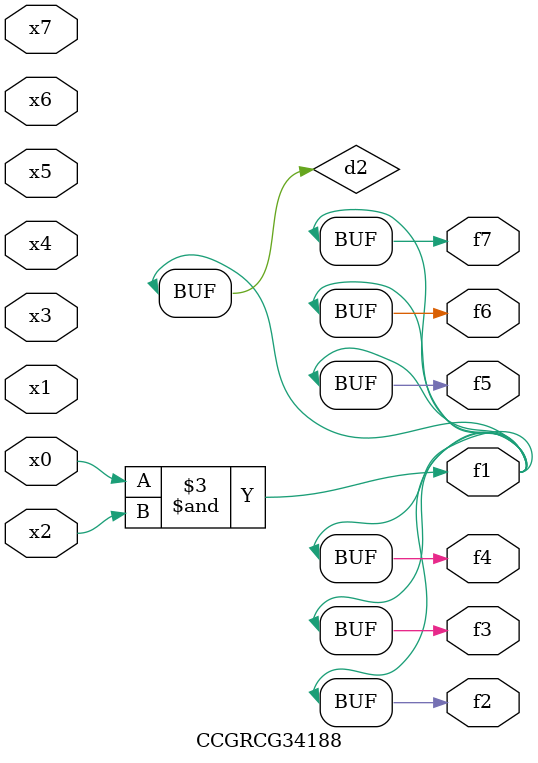
<source format=v>
module CCGRCG34188(
	input x0, x1, x2, x3, x4, x5, x6, x7,
	output f1, f2, f3, f4, f5, f6, f7
);

	wire d1, d2;

	nor (d1, x3, x6);
	and (d2, x0, x2);
	assign f1 = d2;
	assign f2 = d2;
	assign f3 = d2;
	assign f4 = d2;
	assign f5 = d2;
	assign f6 = d2;
	assign f7 = d2;
endmodule

</source>
